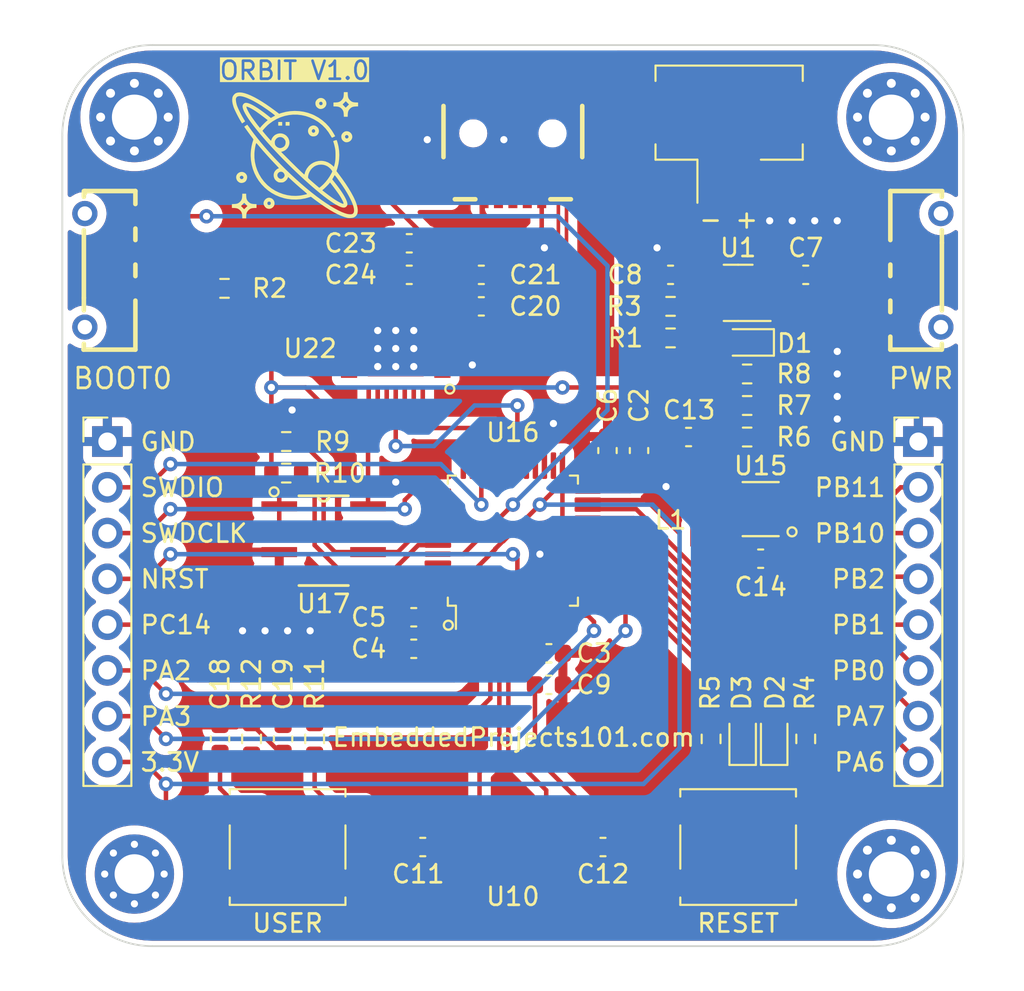
<source format=kicad_pcb>
(kicad_pcb (version 20221018) (generator pcbnew)
  (layers (0 "F.Cu" signal) (31 "B.Cu" signal) (34 "B.Paste" user) (35 "F.Paste" user) (36 "B.SilkS" user "B.Silkscreen") (37 "F.SilkS" user "F.Silkscreen") (38 "B.Mask" user) (39 "F.Mask" user) (44 "Edge.Cuts" user))
  (net 0 "")
  (net 1 "Net-(D1-A)")
  (net 2 "Net-(D2-A)")
  (net 3 "Net-(BOOT0-Pad1)")
  (net 4 "Net-(D3-A)")
  (net 5 "+BATT")
  (net 6 "Net-(U16-BOOT0)")
  (net 7 "I2C1_SCLK")
  (net 8 "+3.3V")
  (net 9 "I2C1_SDA")
  (net 10 "LED2")
  (net 11 "LED1")
  (net 12 "/USB_D+")
  (net 14 "VBUS")
  (net 15 "NRST")
  (net 16 "/HSE_IN")
  (net 17 "/HSE_OUT")
  (net 19 "Net-(D1-K)")
  (net 20 "/USB_D-")
  (net 23 "Net-(C18-Pad1)")
  (net 24 "Net-(U22-VDD)")
  (net 27 "USART1_TX")
  (net 28 "USART1_RX")
  (net 30 "SWDIO")
  (net 33 "SWDCLK")
  (net 65 "PA2")
  (net 66 "GND")
  (net 67 "Net-(BAT1-Pin_2)")
  (net 68 "PA3")
  (net 72 "PA6")
  (net 73 "PA7")
  (net 74 "PB0")
  (net 75 "PB1")
  (net 76 "PB2")
  (net 77 "PB10")
  (net 83 "PB11")
  (net 84 "Net-(U15-L1)")
  (net 85 "Net-(U15-L2)")
  (net 86 "Net-(U1-PROG)")
  (net 87 "Net-(U15-PG)")
  (net 88 "Net-(U15-FB)")
  (net 89 "USER_Button")
  (net 90 "PC14")
  (footprint "Project Footprints:K3-1270L-F1" (layer "F.Cu") (at 170.875 82.5)
    (fp_text reference "PWR1")
    (fp_text value "PWR")
  )
  (footprint "Capacitor_SMD:C_0603_1608Metric" (layer "F.Cu") (at 143.25 82.75 180)
    (fp_text reference "C24")
    (fp_text value "100nF")
  )
  (footprint "MountingHole:MountingHole_2.5mm_Pad_Via" (layer "F.Cu") (at 170 74)
    (fp_text reference "H1" hide)
    (fp_text value "MountingHole")
  )
  (footprint "MountingHole:MountingHole_2.5mm_Pad_Via" (layer "F.Cu") (at 128 74)
    (fp_text reference "H2" hide)
    (fp_text value "MountingHole")
  )
  (footprint "LOGO" (layer "F.Cu") (at 137 76.25)
    (fp_text reference "O" hide)
    (fp_text value "LOGO" hide)
  )
  (footprint "Capacitor_SMD:C_0603_1608Metric" (layer "F.Cu") (at 151 105.5)
    (fp_text reference "C9")
    (fp_text value "100n")
  )
  (footprint "Capacitor_SMD:C_0603_1608Metric" (layer "F.Cu") (at 147.25 82.75)
    (fp_text reference "C21")
    (fp_text value "100nF")
  )
  (footprint "Capacitor_SMD:C_0603_1608Metric" (layer "F.Cu") (at 165.25 82.75)
    (fp_text reference "C7")
    (fp_text value "4u7")
  )
  (footprint "Capacitor_SMD:C_0603_1608Metric" (layer "F.Cu") (at 162.75 98.5)
    (fp_text reference "C14")
    (fp_text value "10uF")
  )
  (footprint "MountingHole:MountingHole_2.2mm_M2_Pad_Via" (layer "F.Cu") (at 128 116)
    (fp_text reference "H3" hide)
    (fp_text value "MountingHole")
  )
  (footprint "Button_Switch_SMD:SW_Push_1P1T_NO_CK_KSC6xxJ" (layer "F.Cu") (at 161.5 114.5)
    (fp_text reference "SW1")
    (fp_text value "RESET")
  )
  (footprint "LED_SMD:LED_0603_1608Metric" (layer "F.Cu") (at 161.75 108.46 90)
    (fp_text reference "D3")
    (fp_text value "LED2")
  )
  (footprint "Package_QFP:LQFP-48_7x7mm_P0.5mm" (layer "F.Cu") (at 149 97.5 90)
    (fp_text reference "U16")
    (fp_text value "STM32F030C8Tx")
  )
  (footprint "Capacitor_SMD:C_0603_1608Metric" (layer "F.Cu") (at 156 92.5 90)
    (fp_text reference "C2")
    (fp_text value "4u7")
  )
  (footprint "Capacitor_SMD:C_0603_1608Metric" (layer "F.Cu") (at 136.25 108.5 -90)
    (fp_text reference "C19")
    (fp_text value "100n")
  )
  (footprint "LED_SMD:LED_0603_1608Metric" (layer "F.Cu") (at 162 86.5 180)
    (fp_text reference "D1")
    (fp_text value "LED")
  )
  (footprint "Capacitor_SMD:C_0603_1608Metric" (layer "F.Cu") (at 132.75 108.5 90)
    (fp_text reference "C18")
    (fp_text value "10p")
  )
  (footprint "Project Footprints:INDC2016X120N" (layer "F.Cu") (at 159.75 96.36 90)
    (fp_text reference "L1")
    (fp_text value "0.47uH")
  )
  (footprint "Resistor_SMD:R_0603_1608Metric" (layer "F.Cu") (at 157.75 86.25)
    (fp_text reference "R1")
    (fp_text value "1k5")
  )
  (footprint "MountingHole:MountingHole_2.5mm_Pad_Via" (layer "F.Cu") (at 170 116)
    (fp_text reference "H4" hide)
    (fp_text value "MountingHole")
  )
  (footprint "Resistor_SMD:R_0603_1608Metric" (layer "F.Cu") (at 134.5 108.5 90)
    (fp_text reference "R12")
    (fp_text value "100K")
  )
  (footprint "Capacitor_SMD:C_0603_1608Metric" (layer "F.Cu") (at 157.75 82.75 180)
    (fp_text reference "C8")
    (fp_text value "4u7")
  )
  (footprint "Capacitor_SMD:C_0603_1608Metric" (layer "F.Cu") (at 143.5 101.75 180)
    (fp_text reference "C5")
    (fp_text value "100n")
  )
  (footprint "Crystal:Crystal_SMD_5032-2Pin_5.0x3.2mm" (layer "F.Cu") (at 149 114.5)
    (fp_text reference "U10")
    (fp_text value "8MHz")
  )
  (footprint "Project Footprints:TPS63802DLAR" (layer "F.Cu") (at 162.75 95.75 180)
    (fp_text reference "U15")
    (fp_text value "TPS63802DLAR")
  )
  (footprint "Resistor_SMD:R_0603_1608Metric" (layer "F.Cu") (at 138 108.5 -90)
    (fp_text reference "R11")
    (fp_text value "1K")
  )
  (footprint "Package_TO_SOT_SMD:SOT-23-5" (layer "F.Cu") (at 161.5 83.75 180)
    (fp_text reference "U1")
    (fp_text value "MCP73031")
  )
  (footprint "Capacitor_SMD:C_0603_1608Metric" (layer "F.Cu") (at 143.25 81 180)
    (fp_text reference "C23")
    (fp_text value "1uF")
  )
  (footprint "Capacitor_SMD:C_0603_1608Metric" (layer "F.Cu") (at 158.75 91.75 180)
    (fp_text reference "C13")
    (fp_text value "22uF")
  )
  (footprint "Project Footprints:MINI-USB-SMD_MINI-5PTP" (layer "F.Cu") (at 149 75 180)
    (fp_text reference "USB1" hide)
    (fp_text value "USB Connector" hide)
  )
  (footprint "Button_Switch_SMD:SW_Push_1P1T_NO_CK_KSC6xxJ" (layer "F.Cu") (at 136.5 114.5 180)
    (fp_text reference "SW2")
    (fp_text value "USER")
  )
  (footprint "Resistor_SMD:R_0603_1608Metric" (layer "F.Cu") (at 160 108.5 -90)
    (fp_text reference "R5")
    (fp_text value "1k5")
  )
  (footprint "Resistor_SMD:R_0603_1608Metric" (layer "F.Cu") (at 136.425 93.75 180)
    (fp_text reference "R10")
    (fp_text value "2k2")
  )
  (footprint "Connector_PinHeader_2.54mm:PinHeader_1x08_P2.54mm_Vertical" (layer "F.Cu") (at 126.5 92)
    (fp_text reference "J1" hide)
    (fp_text value "West Connector")
  )
  (footprint "Resistor_SMD:R_0603_1608Metric" (layer "F.Cu") (at 133 83.5 180)
    (fp_text reference "R2")
    (fp_text value "10K")
  )
  (footprint "Project Footprints:SOIC127P600X175-8N" (layer "F.Cu") (at 138.5 97.5)
    (fp_text reference "U17")
    (fp_text value "AT24C128C")
  )
  (footprint "Capacitor_SMD:C_0603_1608Metric" (layer "F.Cu") (at 154 114.5)
    (fp_text reference "C12")
    (fp_text value "30p")
  )
  (footprint "Resistor_SMD:R_0603_1608Metric" (layer "F.Cu") (at 165.25 108.5 -90)
    (fp_text reference "R4")
    (fp_text value "1k5")
  )
  (footprint "Resistor_SMD:R_0603_1608Metric" (layer "F.Cu") (at 162 90)
    (fp_text reference "R7")
    (fp_text value "560k")
  )
  (footprint "Connector_JST:JST_PH_B2B-PH-SM4-TB_1x02-1MP_P2.00mm_Vertical" (layer "F.Cu") (at 161 75.5)
    (fp_text reference "BAT1" hide)
    (fp_text value "Battery Connector")
  )
  (footprint "Capacitor_SMD:C_0603_1608Metric" (layer "F.Cu") (at 151 103.75)
    (fp_text reference "C3")
    (fp_text value "100n")
  )
  (footprint "Resistor_SMD:R_0603_1608Metric" (layer "F.Cu") (at 162 88.25 180)
    (fp_text reference "R8")
    (fp_text value "100k")
  )
  (footprint "Resistor_SMD:R_0603_1608Metric" (layer "F.Cu") (at 162 91.75)
    (fp_text reference "R6")
    (fp_text value "100k")
  )
  (footprint "Connector_PinHeader_2.54mm:PinHeader_1x08_P2.54mm_Vertical" (layer "F.Cu") (at 171.5 92)
    (fp_text reference "J2" hide)
    (fp_text value "East Connector")
  )
  (footprint "Capacitor_SMD:C_0603_1608Metric" (layer "F.Cu") (at 154.25 92.5 90)
    (fp_text reference "C6")
    (fp_text value "100n")
  )
  (footprint "Project Footprints:QFN28G_0.5-5X5MM" (layer "F.Cu") (at 142.5 86.84 180)
    (fp_text reference "U22")
    (fp_text value "CP2102-GMR")
  )
  (footprint "LED_SMD:LED_0603_1608Metric" (layer "F.Cu") (at 163.5 108.46 90)
    (fp_text reference "D2")
    (fp_text value "LED1")
  )
  (footprint "Capacitor_SMD:C_0603_1608Metric" (layer "F.Cu") (at 143.5 103.5 180)
    (fp_text reference "C4")
    (fp_text value "100n")
  )
  (footprint "Capacitor_SMD:C_0603_1608Metric" (layer "F.Cu") (at 144 114.5 180)
    (fp_text reference "C11")
    (fp_text value "30p")
  )
  (footprint "Resistor_SMD:R_0603_1608Metric" (layer "F.Cu") (at 136.425 92 180)
    (fp_text reference "R9")
    (fp_text value "2k2")
  )
  (footprint "Resistor_SMD:R_0603_1608Metric" (layer "F.Cu") (at 157.75 84.5)
    (fp_text reference "R3")
    (fp_text value "2k")
  )
  (footprint "Capacitor_SMD:C_0603_1608Metric" (layer "F.Cu") (at 147.25 84.5)
    (fp_text reference "C20")
    (fp_text value "4.7uF")
  )
  (footprint "Project Footprints:K3-1270L-F1" (layer "F.Cu") (at 127.125 82.5 180)
    (fp_text reference "BOOT0")
    (fp_text value "BOOT0_SW" hide)
  )
  (gr_arc (start 129 120) (mid 125.464466 118.535534) (end 124 115) (stroke (width 0.1)) (layer "Edge.Cuts"))
  (gr_line (start 174 115) (end 174 75) (stroke (width 0.1)) (layer "Edge.Cuts"))
  (gr_line (start 169 70) (end 129 70) (stroke (width 0.1)) (layer "Edge.Cuts"))
  (gr_arc (start 124 75) (mid 125.464466 71.464466) (end 129 70) (stroke (width 0.1)) (layer "Edge.Cuts"))
  (gr_arc (start 174 115) (mid 172.535534 118.535534) (end 169 120) (stroke (width 0.1)) (layer "Edge.Cuts"))
  (gr_arc (start 169 70) (mid 172.535534 71.464466) (end 174 75) (stroke (width 0.1)) (layer "Edge.Cuts"))
  (gr_line (start 124 75) (end 124 115) (stroke (width 0.1)) (layer "Edge.Cuts"))
  (gr_line (start 129 120) (end 169 120) (stroke (width 0.1)) (layer "Edge.Cuts"))
  (gr_text "PB0" (at 166.607143 105.30175) (layer "F.SilkS") (effects (font (size 1 1)) (justify left bottom)))
  (gr_text "PB11" (at 165.654762 95.14175) (layer "F.SilkS") (effects (font (size 1 1)) (justify left bottom)))
  (gr_text "SWDIO" (at 128.25 95.14175) (layer "F.SilkS") (effects (font (size 1 1)) (justify left bottom)))
  (gr_text "PB2" (at 166.607143 100.22175) (layer "F.SilkS") (effects (font (size 1 1)) (justify left bottom)))
  (gr_text "PB1" (at 166.607143 102.76175) (layer "F.SilkS") (effects (font (size 1 1)) (justify left bottom)))
  (gr_text "PC14" (at 128.25 102.76175) (layer "F.SilkS") (effects (font (size 1 1)) (justify left bottom)))
  (gr_text "PA3" (at 128.25 107.84175) (layer "F.SilkS") (effects (font (size 1 1)) (justify left bottom)))
  (gr_text "GND" (at 128.25 92.60175) (layer "F.SilkS") (effects (font (size 1 1)) (justify left bottom)))
  (gr_text "SWDCLK" (at 128.25 97.68175) (layer "F.SilkS") (effects (font (size 1 1)) (justify left bottom)))
  (gr_text "ORBIT V1.0" (at 132.642256 72) (layer "F.SilkS" knockout) (effects (font (size 1 1)) (justify left bottom)))
  (gr_text "3.3V" (at 128.25 110.38175) (layer "F.SilkS") (effects (font (size 1 1)) (justify left bottom)))
  (gr_text "EmbeddedProjects101.com" (at 138.9 109) (layer "F.SilkS") (effects (font (size 1 1)) (justify left bottom)))
  (gr_text "-" (at 159.255953 80.25) (layer "F.SilkS") (effects (font (size 1 1)) (justify left bottom)))
  (gr_text "NRST" (at 128.25 100.22175) (layer "F.SilkS") (effects (font (size 1 1)) (justify left bottom)))
  (gr_text "PA6" (at 166.75 110.38175) (layer "F.SilkS") (effects (font (size 1 1)) (justify left bottom)))
  (gr_text "PA2" (at 128.25 105.30175) (layer "F.SilkS") (effects (font (size 1 1)) (justify left bottom)))
  (gr_text "PA7" (at 166.75 107.84175) (layer "F.SilkS") (effects (font (size 1 1)) (justify left bottom)))
  (gr_text "PB10" (at 165.654762 97.68175) (layer "F.SilkS") (effects (font (size 1 1)) (justify left bottom)))
  (gr_text "+" (at 161.255953 80.25) (layer "F.SilkS") (effects (font (size 1 1)) (justify left bottom)))
  (gr_text "GND" (at 166.511905 92.60175) (layer "F.SilkS") (effects (font (size 1 1)) (justify left bottom)))
  (segment (start 158.825 86.5) (end 158.575 86.25) (width 0.25) (layer "F.Cu") (net 1))
  (segment (start 161.2125 86.5) (end 158.825 86.5) (width 0.25) (layer "F.Cu") (net 1))
  (segment (start 163.5975 107.6725) (end 165.25 109.325) (width 0.25) (layer "F.Cu") (net 2))
  (segment (start 163.5 107.6725) (end 163.5975 107.6725) (width 0.25) (layer "F.Cu") (net 2))
  (segment (start 132.175 83.5) (end 129 83.5) (width 0.25) (layer "F.Cu") (net 3))
  (segment (start 160.0975 109.325) (end 161.75 107.6725) (width 0.25) (layer "F.Cu") (net 4))
  (segment (start 160 109.325) (end 160.0975 109.325) (width 0.25) (layer "F.Cu") (net 4))
  (segment (start 161.975 96.775) (end 162 96.75) (width 0.25) (layer "F.Cu") (net 5))
  (segment (start 167.225 85.5) (end 169 85.5) (width 0.25) (layer "F.Cu") (net 5))
  (segment (start 161.975 98.5) (end 161.975 96.775) (width 0.25) (layer "F.Cu") (net 5))
  (segment (start 162.6875 82.75) (end 162.6375 82.8) (width 0.25) (layer "F.Cu") (net 5))
  (segment (start 162 96.75) (end 163.65 96.75) (width 0.25) (layer "F.Cu") (net 5))
  (segment (start 164.475 82.75) (end 162.6875 82.75) (width 0.25) (layer "F.Cu") (net 5))
  (segment (start 163.65 96.75) (end 165.25 96.75) (width 0.25) (layer "F.Cu") (net 5))
  (segment (start 169 93) (end 169 85.5) (width 0.25) (layer "F.Cu") (net 5))
  (segment (start 165.25 96.75) (end 169 93) (width 0.25) (layer "F.Cu") (net 5))
  (segment (start 164.475 82.75) (end 167.225 85.5) (width 0.25) (layer "F.Cu") (net 5))
  (segment (start 144.8375 98.25) (end 146.25 98.25) (width 0.25) (layer "F.Cu") (net 6))
  (segment (start 146.25 98.25) (end 149 95.5) (width 0.25) (layer "F.Cu") (net 6))
  (segment (start 132 79.5) (end 129 79.5) (width 0.25) (layer "F.Cu") (net 6))
  (via (at 149 95.5) (size 0.8) (drill 0.4) (layers "F.Cu" "B.Cu") (net 6))
  (via (at 132 79.5) (size 0.8) (drill 0.4) (layers "F.Cu" "B.Cu") (net 6))
  (segment (start 152 80) (end 151.5 79.5) (width 0.25) (layer "B.Cu") (net 6))
  (segment (start 149 95.5) (end 154.25 90.25) (width 0.25) (layer "B.Cu") (net 6))
  (segment (start 151.5 79.5) (end 132 79.5) (width 0.25) (layer "B.Cu") (net 6))
  (segment (start 154.25 90.25) (end 154.25 83) (width 0.25) (layer "B.Cu") (net 6))
  (segment (start 154.25 82.25) (end 152 80) (width 0.25) (layer "B.Cu") (net 6))
  (segment (start 154.25 83) (end 154.25 82.25) (width 0.25) (layer "B.Cu") (net 6))
  (segment (start 142.615 98.135) (end 143.5 97.25) (width 0.25) (layer "F.Cu") (net 7))
  (segment (start 139.135 98.135) (end 140.9638 98.135) (width 0.25) (layer "F.Cu") (net 7))
  (segment (start 138.5 93.25) (end 138.5 97.5) (width 0.25) (layer "F.Cu") (net 7))
  (segment (start 138.5 97.5) (end 139.135 98.135) (width 0.25) (layer "F.Cu") (net 7))
  (segment (start 140.9638 98.135) (end 142.615 98.135) (width 0.25) (layer "F.Cu") (net 7))
  (segment (start 143.5 97.25) (end 144.8375 97.25) (width 0.25) (layer "F.Cu") (net 7))
  (segment (start 137.25 92) (end 138.5 93.25) (width 0.25) (layer "F.Cu") (net 7))
  (segment (start 137.5 89) (end 140.9638 92.4638) (width 0.25) (layer "F.Cu") (net 8))
  (segment (start 129.75 112.65) (end 129.75 111) (width 0.25) (layer "F.Cu") (net 8))
  (segment (start 146.1625 101.75) (end 146.25 101.6625) (width 0.25) (layer "F.Cu") (net 8))
  (segment (start 162 94.75) (end 162 93.75) (width 0.25) (layer "F.Cu") (net 8))
  (segment (start 159.525 89.025) (end 159.525 91.75) (width 0.25) (layer "F.Cu") (net 8))
  (segment (start 150.5 95.5) (end 151.25 94.75) (width 0.25) (layer "F.Cu") (net 8))
  (segment (start 144.275 100.8125) (end 144.8375 100.25) (width 0.25) (layer "F.Cu") (net 8))
  (segment (start 145.75 100.25) (end 148.025 97.975) (width 0.25) (layer "F.Cu") (net 8))
  (segment (start 135.6 92) (end 135.6 93.75) (width 0.25) (layer "F.Cu") (net 8))
  (segment (start 148.449695 97.525) (end 148.475 97.525) (width 0.25) (layer "F.Cu") (net 8))
  (segment (start 159.525 92.975) (end 159.525 91.75) (width 0.25) (layer "F.Cu") (net 8))
  (segment (start 156 93.275) (end 159.225 93.275) (width 0.25) (layer "F.Cu") (net 8))
  (segment (start 144.275 103.5) (end 144.275 101.75) (width 0.25) (layer "F.Cu") (net 8))
  (segment (start 148.025 97.949695) (end 148.449695 97.525) (width 0.25) (layer "F.Cu") (net 8))
  (segment (start 156 94.25) (end 156 93.275) (width 0.25) (layer "F.Cu") (net 8))
  (segment (start 133.6 116.5) (end 129.75 112.65) (width 0.25) (layer "F.Cu") (net 8))
  (segment (start 150.25 103.725) (end 150.225 103.75) (width 0.25) (layer "F.Cu") (net 8))
  (segment (start 151.25 94.75) (end 151.75 94.75) (width 0.25) (layer "F.Cu") (net 8))
  (segment (start 159.225 93.275) (end 159.525 92.975) (width 0.25) (layer "F.Cu") (net 8))
  (segment (start 144.275 101.75) (end 146.1625 101.75) (width 0.25) (layer "F.Cu") (net 8))
  (segment (start 136.0362 95.0362) (end 135.6 94.6) (width 0.25) (layer "F.Cu") (net 8))
  (segment (start 139.4 116.5) (end 133.6 116.5) (width 0.25) (layer "F.Cu") (net 8))
  (segment (start 150.25 101.6625) (end 150.25 103.725) (width 0.25) (layer "F.Cu") (net 8))
  (segment (start 162 93.75) (end 161.175 92.925) (width 0.25) (layer "F.Cu") (net 8))
  (segment (start 150.25 101.6625) (end 150.25 100.125) (width 0.25) (layer "F.Cu") (net 8))
  (segment (start 135.6 89) (end 137.5 89) (width 0.25) (layer "F.Cu") (net 8))
  (segment (start 135.6 94.6) (end 135.6 93.75) (width 0.25) (layer "F.Cu") (net 8))
  (segment (start 148.475 97.525) (end 150.5 95.5) (width 0.25) (layer "F.Cu") (net 8))
  (segment (start 134.75 81.5) (end 129 81.5) (width 0.25) (layer "F.Cu") (net 8))
  (segment (start 135.6 92) (end 135.6 89) (width 0.25) (layer "F.Cu") (net 8))
  (segment (start 136.0362 96.865) (end 136.0362 95.595) (width 0.25) (layer "F.Cu") (net 8))
  (segment (start 151.75 94.75) (end 153.1625 94.75) (width 0.25) (layer "F.Cu") (net 8))
  (segment (start 135.6 82.35) (end 134.75 81.5) (width 0.25) (layer "F.Cu") (net 8))
  (segment (start 128.53 109.78) (end 129.75 111) (width 0.25) (layer "F.Cu") (net 8))
  (segment (start 140.9638 92.4638) (end 140.9638 95.595) (width 0.25) (layer "F.Cu") (net 8))
  (segment (start 151.75 89) (end 159.5 89) (width 0.25) (layer "F.Cu") (net 8))
  (segment (start 126.5 109.78) (end 128.53 109.78) (width 0.25) (layer "F.Cu") (net 8))
  (segment (start 150.25 100.125) (end 151.75 98.625) (width 0.25) (layer "F.Cu") (net 8))
  (segment (start 159.5 89) (end 159.525 89.025) (width 0.25) (layer "F.Cu") (net 8))
  (segment (start 155.5 94.75) (end 156 94.25) (width 0.25) (layer "F.Cu") (net 8))
  (segment (start 159.525 91.75) (end 161.175 91.75) (width 0.25) (layer "F.Cu") (net 8))
  (segment (start 144.8375 100.25) (end 145.75 100.25) (width 0.25) (layer "F.Cu") (net 8))
  (segment (start 161.175 92.925) (end 161.175 91.75) (width 0.25) (layer "F.Cu") (net 8))
  (segment (start 135.6 89) (end 135.6 82.35) (width 0.25) (layer "F.Cu") (net 8))
  (segment (start 136.0362 95.595) (end 136.0362 95.0362) (width 0.25) (layer "F.Cu") (net 8))
  (segment (start 153.1625 94.75) (end 155.5 94.75) (width 0.25) (layer "F.Cu") (net 8))
  (segment (start 156 93.275) (end 154.25 93.275) (width 0.25) (layer "F.Cu") (net 8))
  (segment (start 144.275 101.75) (end 144.275 100.8125) (width 0.25) (layer "F.Cu") (net 8))
  (segment (start 161.175 90) (end 161.175 91.75) (width 0.25) (layer "F.Cu") (net 8))
  (segment (start 151.75 98.625) (end 151.75 94.75) (width 0.25) (layer "F.Cu") (net 8))
  (segment (start 148.025 97.975) (end 148.025 97.949695) (width 0.25) (layer "F.Cu") (net 8))
  (via (at 129.75 111) (size 0.8) (drill 0.4) (layers "F.Cu" "B.Cu") (net 8))
  (via (at 150.5 95.5) (size 0.8) (drill 0.4) (layers "F.Cu" "B.Cu") (net 8))
  (via (at 135.6 89) (size 0.8) (drill 0.4) (layers "F.Cu" "B.Cu") (net 8))
  (via (at 151.75 89) (size 0.8) (drill 0.4) (layers "F.Cu" "B.Cu") (net 8))
  (segment (start 156.75 95.5) (end 158.25 97) (width 0.25) (layer "B.Cu") (net 8))
  (segment (start 158.25 109) (end 156.25 111) (width 0.25) (layer "B.Cu") (net 8))
  (segment (start 156.25 111) (end 129.75 111) (width 0.25) (layer "B.Cu") (net 8))
  (segment (start 150.5 95.5) (end 156.75 95.5) (width 0.25) (layer "B.Cu") (net 8))
  (segment (start 158.25 97) (end 158.25 109) (width 0.25) (layer "B.Cu") (net 8))
  (segment (start 135.6 89) (end 151.75 89) (width 0.25) (layer "B.Cu") (net 8))
  (segment (start 143.75 97.75) (end 144.8375 97.75) (width 0.25) (layer "F.Cu") (net 9))
  (segment (start 138 94.5) (end 137.25 93.75) (width 0.25) (layer "F.Cu") (net 9))
  (segment (start 138 97.75) (end 138 94.5) (width 0.25) (layer "F.Cu") (net 9))
  (segment (start 140.9638 99.405) (end 139.655 99.405) (width 0.25) (layer "F.Cu") (net 9))
  (segment (start 140.9638 99.405) (end 142.095 99.405) (width 0.25) (layer "F.Cu") (net 9))
  (segment (start 142.095 99.405) (end 143.75 97.75) (width 0.25) (layer "F.Cu") (net 9))
  (segment (start 139.655 99.405) (end 138 97.75) (width 0.25) (layer "F.Cu") (net 9))
  (segment (start 164.063604 104.813604) (end 160.45 104.813604) (width 0.25) (layer "F.Cu") (net 10))
  (segment (start 160.45 104.813604) (end 154.886396 99.25) (width 0.25) (layer "F.Cu") (net 10))
  (segment (start 165.25 106) (end 164.063604 104.813604) (width 0.25) (layer "F.Cu") (net 10))
  (segment (start 165.25 107.675) (end 165.25 106) (width 0.25) (layer "F.Cu") (net 10))
  (segment (start 154.886396 99.25) (end 153.1625 99.25) (width 0.25) (layer "F.Cu") (net 10))
  (segment (start 160 105) (end 154.75 99.75) (width 0.25) (layer "F.Cu") (net 11))
  (segment (start 154.75 99.75) (end 153.1625 99.75) (width 0.25) (layer "F.Cu") (net 11))
  (segment (start 160 107.675) (end 160 105) (width 0.25) (layer "F.Cu") (net 11))
  (segment (start 151.3482 75.78) (end 151.975 76.4068) (width 0.2) (layer "F.Cu") (net 12))
  (segment (start 149 77.95) (end 149 76.85) (width 0.2) (layer "F.Cu") (net 12))
  (segment (start 150.830492 75.775) (end 150.835492 75.78) (width 0.2) (layer "F.Cu") (net 12))
  (segment (start 151.975 85.525) (end 150.685 86.815) (width 0.2) (layer "F.Cu") (net 12))
  (segment (start 150.835492 75.78) (end 151.3482 75.78) (width 0.2) (layer "F.Cu") (net 12))
  (segment (start 145.790001 86.815) (end 145.765001 86.84) (width 0.2) (layer "F.Cu") (net 12))
  (segment (start 150.075 75.775) (end 150.830492 75.775) (width 0.2) (layer "F.Cu") (net 12))
  (segment (start 150.685 86.815) (end 145.790001 86.815) (width 0.2) (layer "F.Cu") (net 12))
  (segment (start 145.765001 86.84) (end 145.09 86.84) (width 0.2) (layer "F.Cu") (net 12))
  (segment (start 151.975 76.4068) (end 151.975 85.525) (width 0.2) (layer "F.Cu") (net 12))
  (segment (start 149 76.85) (end 150.075 75.775) (width 0.2) (layer "F.Cu") (net 12))
  (segment (start 150.6 80.15) (end 150.6 77.95) (width 0.25) (layer "F.Cu") (net 14))
  (segment (start 158.525 82.75) (end 158.525 81.025) (width 0.25) (layer "F.Cu") (net 14))
  (segment (start 156 86.25) (end 155.25 85.5) (width 0.25) (layer "F.Cu") (net 14))
  (segment (start 144.025 82.75) (end 144.025 84.225) (width 0.25) (layer "F.Cu") (net 14))
  (segment (start 153.995 73.995) (end 143.505 73.995) (width 0.25) (layer "F.Cu") (net 14))
  (segment (start 144.025 81) (end 149.75 81) (width 0.25) (layer "F.Cu") (net 14))
  (segment (start 144.025 84.225) (end 144 84.25) (width 0.25) (layer "F.Cu") (net 14))
  (segment (start 145.09 85.34) (end 145.09 83.09) (width 0.25) (layer "F.Cu") (net 14))
  (segment (start 143.505 73.995) (end 142.25 75.25) (width 0.25) (layer "F.Cu") (net 14))
  (segment (start 158.525 81.025) (end 155.25 77.75) (width 0.25) (layer "F.Cu") (net 14))
  (segment (start 145.09 83.09) (end 144.75 82.75) (width 0.25) (layer "F.Cu") (net 14))
  (segment (start 149.75 81) (end 150.6 80.15) (width 0.25) (layer "F.Cu") (net 14))
  (segment (start 142.25 75.25) (end 142.25 78.75) (width 0.25) (layer "F.Cu") (net 14))
  (segment (start 155.25 75.25) (end 153.995 73.995) (width 0.25) (layer "F.Cu") (net 14))
  (segment (start 144.025 80.525) (end 144.025 81) (width 0.25) (layer "F.Cu") (net 14))
  (segment (start 158.575 82.8) (end 158.525 82.75) (width 0.25) (layer "F.Cu") (net 14))
  (segment (start 160.3625 82.8) (end 158.575 82.8) (width 0.25) (layer "F.Cu") (net 14))
  (segment (start 144.025 82.75) (end 144.025 81) (width 0.25) (layer "F.Cu") (net 14))
  (segment (start 155.25 77.75) (end 155.25 75.25) (width 0.25) (layer "F.Cu") (net 14))
  (segment (start 144.75 82.75) (end 144.025 82.75) (width 0.25) (layer "F.Cu") (net 14))
  (segment (start 155.25 85.5) (end 155.25 77.75) (width 0.25) (layer "F.Cu") (net 14))
  (segment (start 156.925 86.25) (end 156 86.25) (width 0.25) (layer "F.Cu") (net 14))
  (segment (start 142.25 78.75) (end 144.025 80.525) (width 0.25) (layer "F.Cu") (net 14))
  (segment (start 149.25 104.525) (end 150.225 105.5) (width 0.25) (layer "F.Cu") (net 15))
  (segment (start 149.25 98.5) (end 149.25 101.6625) (width 0.25) (layer "F.Cu") (net 15))
  (segment (start 158.6 112.5) (end 153.25 112.5) (width 0.25) (layer "F.Cu") (net 15))
  (segment (start 126.5 99.62) (end 128.63 99.62) (width 0.25) (layer "F.Cu") (net 15))
  (segment (start 164.4 112.5) (end 158.6 112.5) (width 0.25) (layer "F.Cu") (net 15))
  (segment (start 150.225 109.475) (end 150.225 105.5) (width 0.25) (layer "F.Cu") (net 15))
  (segment (start 149 98.25) (end 149.25 98.5) (width 0.25) (layer "F.Cu") (net 15))
  (segment (start 128.63 99.62) (end 130 98.25) (width 0.25) (layer "F.Cu") (net 15))
  (segment (start 149.25 101.6625) (end 149.25 104.525) (width 0.25) (layer "F.Cu") (net 15))
  (segment (start 153.25 112.5) (end 150.225 109.475) (width 0.25) (layer "F.Cu") (net 15))
  (via (at 130 98.25) (size 0.8) (drill 0.4) (layers "F.Cu" "B.Cu") (net 15))
  (via (at 149 98.25) (size 0.8) (drill 0.4) (layers "F.Cu" "B.Cu") (net 15))
  (segment (start 149 98.25) (end 130 98.25) (width 0.25) (layer "B.Cu") (net 15))
  (segment (start 144.775 114.5) (end 147.15 114.5) (width 0.25) (layer "F.Cu") (net 16))
  (segment (start 147.15 110.35) (end 147.15 114.5) (width 0.25) (layer "F.Cu") (net 16))
  (segment (start 148.25 109.25) (end 147.15 110.35) (width 0.25) (layer "F.Cu") (net 16))
  (segment (start 148.25 101.6625) (end 148.25 109.25) (width 0.25) (layer "F.Cu") (net 16))
  (segment (start 148.75 109.25) (end 150.85 111.35) (width 0.25) (layer "F.Cu") (net 17))
  (segment (start 150.85 111.35) (end 150.85 114.5) (width 0.25) (layer "F.Cu") (net 17))
  (segment (start 148.75 101.6625) (end 148.75 109.25) (width 0.25) (layer "F.Cu") (net 17))
  (segment (start 150.85 114.5) (end 153.225 114.5) (width 0.25) (layer "F.Cu") (net 17))
  (segment (start 162.7875 84.85) (end 162.6375 84.7) (width 0.25) (layer "F.Cu") (net 19))
  (segment (start 162.7875 86.5) (end 162.7875 84.85) (width 0.25) (layer "F.Cu") (net 19))
  (segment (start 150.25 76.225) (end 149.8 76.675) (width 0.2) (layer "F.Cu") (net 20))
  (segment (start 150.649104 76.22998) (end 150.644124 76.225) (width 0.2) (layer "F.Cu") (net 20))
  (segment (start 149.8 76.675) (end 149.8 77.95) (width 0.2) (layer "F.Cu") (net 20))
  (segment (start 145.790001 86.365) (end 150.569314 86.365) (width 0.2) (layer "F.Cu") (net 20))
  (segment (start 151.525 76.5932) (end 151.16178 76.22998) (width 0.2) (layer "F.Cu") (net 20))
  (segment (start 151.16178 76.22998) (end 150.649104 76.22998) (width 0.2) (layer "F.Cu") (net 20))
  (segment (start 150.644124 76.225) (end 150.25 76.225) (width 0.2) (layer "F.Cu") (net 20))
  (segment (start 150.569314 86.365) (end 151.525 85.409314) (width 0.2) (layer "F.Cu") (net 20))
  (segment (start 151.525 85.409314) (end 151.525 76.5932) (width 0.2) (layer "F.Cu") (net 20))
  (segment (start 145.765001 86.34) (end 145.790001 86.365) (width 0.2) (layer "F.Cu") (net 20))
  (segment (start 145.09 86.34) (end 145.765001 86.34) (width 0.2) (layer "F.Cu") (net 20))
  (segment (start 133.6 112.1) (end 133.6 112.5) (width 0.25) (layer "F.Cu") (net 23))
  (segment (start 134.5 109.325) (end 132.8 109.325) (width 0.25) (layer "F.Cu") (net 23))
  (segment (start 132.8 109.325) (end 132.75 109.275) (width 0.25) (layer "F.Cu") (net 23))
  (segment (start 139.25 112.5) (end 139.4 112.5) (width 0.25) (layer "F.Cu") (net 23))
  (segment (start 132.75 109.275) (end 132.75 111.25) (width 0.25) (layer "F.Cu") (net 23))
  (segment (start 138 109.325) (end 138 111.25) (width 0.25) (layer "F.Cu") (net 23))
  (segment (start 139.4 112.5) (end 133.6 112.5) (width 0.25) (layer "F.Cu") (net 23))
  (segment (start 132.75 111.25) (end 133.6 112.1) (width 0.25) (layer "F.Cu") (net 23))
  (segment (start 138 111.25) (end 139.25 112.5) (width 0.25) (layer "F.Cu") (net 23))
  (segment (start 145.09 85.84) (end 146.16 85.84) (width 0.25) (layer "F.Cu") (net 24))
  (segment (start 146.475 85.525) (end 146.475 84.5) (width 0.25) (layer "F.Cu") (net 24))
  (segment (start 146.475 84.5) (end 146.475 82.75) (width 0.25) (layer "F.Cu") (net 24))
  (segment (start 146.16 85.84) (end 146.475 85.525) (width 0.25) (layer "F.Cu") (net 24))
  (segment (start 149.25 92.534314) (end 149.25 90) (width 0.25) (layer "F.Cu") (net 27))
  (segment (start 149.25 93.3375) (end 149.25 92.534314) (width 0.25) (layer "F.Cu") (net 27))
  (segment (start 142.5 92.25) (end 142.5 89.43) (width 0.25) (layer "F.Cu") (net 27))
  (via (at 149.25 90) (size 0.8) (drill 0.4) (layers "F.Cu" "B.Cu") (net 27))
  (via (at 142.5 92.25) (size 0.8) (drill 0.4) (layers "F.Cu" "B.Cu") (net 27))
  (segment (start 144.625 92.25) (end 146.875 90) (width 0.25) (layer "B.Cu") (net 27))
  (segment (start 142.5 92.25) (end 144.625 92.25) (width 0.25) (layer "B.Cu") (net 27))
  (segment (start 146.875 90) (end 149.25 90) (width 0.25) (layer "B.Cu") (net 27))
  (segment (start 143.75 91.25) (end 143 90.5) (width 0.25) (layer "F.Cu") (net 28))
  (segment (start 143 90.5) (end 143 89.43) (width 0.25) (layer "F.Cu") (net 28))
  (segment (start 148 91.25) (end 143.75 91.25) (width 0.25) (layer "F.Cu") (net 28))
  (segment (start 148.75 93.3375) (end 148.75 92) (width 0.25) (layer "F.Cu") (net 28))
  (segment (start 148.75 92) (end 148 91.25) (width 0.25) (layer "F.Cu") (net 28))
  (segment (start 126.5 94.54) (end 128.71 94.54) (width 0.25) (layer "F.Cu") (net 30))
  (segment (start 128.71 94.54) (end 130 93.25) (width 0.25) (layer "F.Cu") (net 30))
  (segment (start 147.25 95.5) (end 147.25 93.3375) (width 0.25) (layer "F.Cu") (net 30))
  (via (at 130 93.25) (size 0.8) (drill 0.4) (layers "F.Cu" "B.Cu") (net 30))
  (via (at 147.25 95.5) (size 0.8) (drill 0.4) (layers "F.Cu" "B.Cu") (net 30))
  (segment (start 145 93.25) (end 130 93.25) (width 0.25) (layer "B.Cu") (net 30))
  (segment (start 147.25 95.5) (end 145 93.25) (width 0.25) (layer "B.Cu") (net 30))
  (segment (start 126.5 97.08) (end 128.67 97.08) (width 0.25) (layer "F.Cu") (net 33))
  (segment (start 144.8375 94.75) (end 143.5 94.75) (width 0.25) (layer "F.Cu") (net 33))
  (segment (start 143.5 94.75) (end 143 95.25) (width 0.25) (layer "F.Cu") (net 33))
  (segment (start 143 95.25) (end 143 95.75) (width 0.25) (layer "F.Cu") (net 33))
  (segment (start 128.67 97.08) (end 130 95.75) (width 0.25) (layer "F.Cu") (net 33))
  (via (at 143 95.75) (size 0.8) (drill 0.4) (layers "F.Cu" "B.Cu") (net 33))
  (via (at 130 95.75) (size 0.8) (drill 0.4) (layers "F.Cu" "B.Cu") (net 33))
  (segment (start 143 95.75) (end 130 95.75) (width 0.25) (layer "B.Cu") (net 33))
  (segment (start 153.5 102.5) (end 153.5 102) (width 0.25) (layer "F.Cu") (net 65))
  (segment (start 128.45 104.7) (end 129.75 106) (width 0.25) (layer "F.Cu") (net 65))
  (segment (start 153.1625 101.6625) (end 151.75 101.6625) (width 0.25) (layer "F.Cu") (net 65))
  (segment (start 153.5 102) (end 153.1625 101.6625) (width 0.25) (layer "F.Cu") (net 65))
  (segment (start 126.5 104.7) (end 128.45 104.7) (width 0.25) (layer "F.Cu") (net 65))
  (via (at 153.5 102.5) (size 0.8) (drill 0.4) (layers "F.Cu" "B.Cu") (net 65))
  (via (at 129.75 106) (size 0.8) (drill 0.4) (layers "F.Cu" "B.Cu") (net 65))
  (segment (start 150 106) (end 153.5 102.5) (width 0.25) (layer "B.Cu") (net 65))
  (segment (start 129.75 106) (end 150 106) (width 0.25) (layer "B.Cu") (net 65))
  (segment (start 163.65 95.75) (end 164.75 95.75) (width 0.25) (layer "F.Cu") (net 66))
  (segment (start 156.975 82.75) (end 156.975 81.275) (width 0.25) (layer "F.Cu") (net 66))
  (segment (start 145.84 87.34) (end 146.25 87.75) (width 0.25) (layer "F.Cu") (net 66))
  (segment (start 156.75 95.25) (end 157.5 94.5) (width 0.25) (layer "F.Cu") (net 66))
  (segment (start 136.25 109.275) (end 136.1 109.275) (width 0.25) (layer "F.Cu") (net 66))
  (segment (start 156.975 81.275) (end 157 81.25) (width 0.25) (layer "F.Cu") (net 66))
  (segment (start 163.65 96.25) (end 163.65 95.75) (width 0.25) (layer "F.Cu") (net 66))
  (segment (start 161.175 88.25) (end 160.25 88.25) (width 0.25) (layer "F.Cu") (net 66))
  (segment (start 145.09 87.34) (end 145.84 87.34) (width 0.25) (layer "F.Cu") (net 66))
  (segment (start 162.2 95.75) (end 163.65 95.75) (width 0.25) (layer "F.Cu") (net 66))
  (segment (start 160.25 88.25) (end 159.75 87.75) (width 0.25) (layer "F.Cu") (net 66))
  (segment (start 149.75 99) (end 149.75 101.6625) (width 0.25) (layer "F.Cu") (net 66))
  (segment (start 153.1625 95.25) (end 156.75 95.25) (width 0.25) (layer "F.Cu") (net 66))
  (segment (start 156.925 82.8) (end 156.975 82.75) (width 0.25) (layer "F.Cu") (net 66))
  (segment (start 144.8375 99.75) (end 143 99.75) (width 0.25) (layer "F.Cu") (net 66))
  (segment (start 150.5 98.25) (end 149.75 99) (width 0.25) (layer "F.Cu") (net 66))
  (segment (start 136.1 109.275) (end 134.5 107.675) (width 0.25) (layer "F.Cu") (net 66))
  (segment (start 156.925 84.5) (end 156.925 82.8) (width 0.25) (layer "F.Cu") (net 66))
  (via (at 142.5 94.25) (size 0.8) (drill 0.4) (layers "F.Cu" "B.Cu") (net 66))
  (via (at 141.5 85.84) (size 0.8) (drill 0.4) (layers "F.Cu" "B.Cu") (net 66))
  (via (at 167 89.5) (size 0.8) (drill 0.4) (layers "F.Cu" "B.Cu") (net 66))
  (via (at 167 87) (size 0.8) (drill 0.4) (layers "F.Cu" "B.Cu") (net 66))
  (via (at 141.5 87.84) (size 0.8) (drill 0.4) (layers "F.Cu" "B.Cu") (net 66))
  (via (at 148.5 75.25) (size 0.8) (drill 0.4) (layers "F.Cu" "B.Cu") (net 66))
  (via (at 150.5 98.25) (size 0.8) (drill 0.4) (layers "F.Cu" "B.Cu") (net 66))
  (via (at 142.5 87.84) (size 0.8) (drill 0.4) (layers "F.Cu" "B.Cu") (net 66))
  (via (at 167 90.75) (size 0.8) (drill 0.4) (layers "F.Cu" "B.Cu") (net 66))
  (via (at 151.25 91) (size 0.8) (drill 0.4) (layers "F.Cu" "B.Cu") (net 66))
  (via (at 143.5 85.84) (size 0.8) (drill 0.4) (layers "F.Cu" "B.Cu") (net 66))
  (via (at 167 79.75) (size 0.8) (drill 0.4) (layers "F.Cu" "B.Cu") (net 66))
  (via (at 165.75 79.75) (size 0.8) (drill 0.4) (layers "F.Cu" "B.Cu") (net 66))
  (via (at 144.25 75.25) (size 0.8) (drill 0.4) (layers "F.Cu" "B.Cu") (net 66))
  (via (at 134 102.5) (size 0.8) (drill 0.4) (layers "F.Cu" "B.Cu") (net 66))
  (via (at 142.5 86.84) (size 0.8) (drill 0.4) (layers "F.Cu" "B.Cu") (net 66))
  (via (at 136.75 90.25) (size 0.8) (drill 0.4) (layers "F.Cu" "B.Cu") (net 66))
  (via (at 143.5 87.84) (size 0.8) (drill 0.4) (layers "F.Cu" "B.Cu") (net 66))
  (via (at 150.75 81.25) (size 0.8) (drill 0.4) (layers "F.Cu" "B.Cu") (net 66))
  (via (at 136.5 102.5) (size 0.8) (drill 0.4) (layers "F.Cu" "B.Cu") (net 66))
  (via (at 142.5 85.84) (size 0.8) (drill 0.4) (layers "F.Cu" "B.Cu") (net 66))
  (via (at 143.5 86.84) (size 0.8) (drill 0.4) (layers "F.Cu" "B.Cu") (net 66))
  (via (at 157 81.25) (size 0.8) (drill 0.4) (layers "F.Cu" "B.Cu") (net 66))
  (via (at 146.75 87.75) (size 0.8) (drill 0.4) (layers "F.Cu" "B.Cu") (net 66))
  (via (at 167 88.25) (size 0.8) (drill 0.4) (layers "F.Cu" "B.Cu") (net 66))
  (via (at 141.5 86.84) (size 0.8) (drill 0.4) (layers "F.Cu" "B.Cu") (net 66))
  (via (at 163.25 79.75) (size 0.8) (drill 0.4) (layers "F.Cu" "B.Cu") (net 66))
  (via (at 157.5 94.5) (size 0.8) (drill 0.4) (layers "F.Cu" "B.Cu") (net 66))
  (via (at 135.25 102.5) (size 0.8) (drill 0.4) (layers "F.Cu" "B.Cu") (net 66))
  (via (at 164.5 79.75) (size 0.8) (drill 0.4) (layers "F.Cu" "B.Cu") (net 66))
  (via (at 137.75 102.5) (size 0.8) (drill 0.4) (layers "F.Cu" "B.Cu") (net 66))
  (segment (start 169 79.5) (end 165.5 76) (width 0.25) (layer "F.Cu") (net 67))
  (segment (start 169 81.5) (end 169 79.5) (width 0.25) (layer "F.Cu") (net 67))
  (segment (start 165.5 76) (end 162 76) (width 0.25) (layer "F.Cu") (net 67))
  (segment (start 155.25 102.5) (end 155.25 101) (width 0.25) (layer "F.Cu") (net 68))
  (segment (start 155.25 101) (end 154.5 100.25) (width 0.25) (layer "F.Cu") (net 68))
  (segment (start 128.49 107.24) (end 129.75 108.5) (width 0.25) (layer "F.Cu") (net 68))
  (segment (start 154.5 100.25) (end 153.1625 100.25) (width 0.25) (layer "F.Cu") (net 68))
  (segment (start 126.5 107.24) (end 128.49 107.24) (width 0.25) (layer "F.Cu") (net 68))
  (via (at 129.75 108.5) (size 0.8) (drill 0.4) (layers "F.Cu" "B.Cu") (net 68))
  (via (at 155.25 102.5) (size 0.8) (drill 0.4) (layers "F.Cu" "B.Cu") (net 68))
  (segment (start 149.25 108.5) (end 129.75 108.5) (width 0.25) (layer "B.Cu") (net 68))
  (segment (start 155.25 102.5) (end 149.25 108.5) (width 0.25) (layer "B.Cu") (net 68))
  (segment (start 160.636396 104.363604) (end 166.083604 104.363604) (width 0.25) (layer "F.Cu") (net 72))
  (segment (start 166.083604 104.363604) (end 171.5 109.78) (width 0.25) (layer "F.Cu") (net 72))
  (segment (start 153.1625 98.75) (end 155.022792 98.75) (width 0.25) (layer "F.Cu") (net 72))
  (segment (start 155.022792 98.75) (end 160.636396 104.363604) (width 0.25) (layer "F.Cu") (net 72))
  (segment (start 160.822792 103.913604) (end 168.173604 103.913604) (width 0.25) (layer "F.Cu") (net 73))
  (segment (start 155.159188 98.25) (end 160.822792 103.913604) (width 0.25) (layer "F.Cu") (net 73))
  (segment (start 168.173604 103.913604) (end 171.5 107.24) (width 0.25) (layer "F.Cu") (net 73))
  (segment (start 153.1625 98.25) (end 155.159188 98.25) (width 0.25) (layer "F.Cu") (net 73))
  (segment (start 170.263604 103.463604) (end 171.5 104.7) (width 0.25) (layer "F.Cu") (net 74))
  (segment (start 153.1625 97.75) (end 155.295584 97.75) (width 0.25) (layer "F.Cu") (net 74))
  (segment (start 161.009188 103.463604) (end 170.263604 103.463604) (width 0.25) (layer "F.Cu") (net 74))
  (segment (start 155.295584 97.75) (end 161.009188 103.463604) (width 0.25) (layer "F.Cu") (net 74))
  (segment (start 153.1625 97.25) (end 155.43198 97.25) (width 0.25) (layer "F.Cu") (net 75))
  (segment (start 155.43198 97.25) (end 160.34198 102.16) (width 0.25) (layer "F.Cu") (net 75))
  (segment (start 160.34198 102.16) (end 171.5 102.16) (width 0.25) (layer "F.Cu") (net 75))
  (segment (start 155.568376 96.75) (end 160.528376 101.71) (width 0.25) (layer "F.Cu") (net 76))
  (segment (start 171.38 99.5) (end 171.5 99.62) (width 0.25) (layer "F.Cu") (net 76))
  (segment (start 164.622792 101.71) (end 166.832792 99.5) (width 0.25) (layer "F.Cu") (net 76))
  (segment (start 160.528376 101.71) (end 164.622792 101.71) (width 0.25) (layer "F.Cu") (net 76))
  (segment (start 166.832792 99.5) (end 171.38 99.5) (width 0.25) (layer "F.Cu") (net 76))
  (segment (start 153.1625 96.75) (end 155.568376 96.75) (width 0.25) (layer "F.Cu") (net 76))
  (segment (start 168.616396 97.08) (end 171.5 97.08) (width 0.25) (layer "F.Cu") (net 77))
  (segment (start 164.436396 101.26) (end 168.616396 97.08) (width 0.25) (layer "F.Cu") (net 77))
  (segment (start 155.704772 96.25) (end 160.714772 101.26) (width 0.25) (layer "F.Cu") (net 77))
  (segment (start 153.1625 96.25) (end 155.704772 96.25) (width 0.25) (layer "F.Cu") (net 77))
  (segment (start 160.714772 101.26) (end 164.436396 101.26) (width 0.25) (layer "F.Cu") (net 77))
  (segment (start 164.25 100.81) (end 170.52 94.54) (width 0.25) (layer "F.Cu") (net 83))
  (segment (start 170.52 94.54) (end 171.5 94.54) (width 0.25) (layer "F.Cu") (net 83))
  (segment (start 160.901168 100.81) (end 164.25 100.81) (width 0.25) (layer "F.Cu") (net 83))
  (segment (start 153.1625 95.75) (end 155.841168 95.75) (width 0.25) (layer "F.Cu") (net 83))
  (segment (start 155.841168 95.75) (end 160.901168 100.81) (width 0.25) (layer "F.Cu") (net 83))
  (segment (start 162 96.25) (end 161.472702 96.25) (width 0.25) (layer "F.Cu") (net 84))
  (segment (start 160.502702 97.22) (end 159.75 97.22) (width 0.25) (layer "F.Cu") (net 84))
  (segment (start 161.472702 96.25) (end 160.502702 97.22) (width 0.25) (layer "F.Cu") (net 84))
  (segment (start 159.75 95.5) (end 160 95.25) (width 0.25) (layer "F.Cu") (net 85))
  (segment (start 160 95.25) (end 162 95.25) (width 0.25) (layer "F.Cu") (net 85))
  (segment (start 158.775 84.7) (end 158.575 84.5) (width 0.25) (layer "F.Cu") (net 86))
  (segment (start 160.3625 84.7) (end 158.775 84.7) (width 0.25) (layer "F.Cu") (net 86))
  (segment (start 162.825 91.75) (end 162.825 93.075) (width 0.25) (layer "F.Cu") (net 87))
  (segment (start 163.75 94.65) (end 163.65 94.75) (width 0.25) (layer "F.Cu") (net 87))
  (segment (start 163.75 94) (end 163.75 94.65) (width 0.25) (layer "F.Cu") (net 87))
  (segment (start 162.825 93.075) (end 163.75 94) (width 0.25) (layer "F.Cu") (net 87))
  (segment (start 165.25 94.027298) (end 165.25 91.25) (width 0.25) (layer "F.Cu") (net 88))
  (segment (start 165.25 91.25) (end 164 90) (width 0.25) (layer "F.Cu") (net 88))
  (segment (start 164.027298 95.25) (end 165.25 94.027298) (width 0.25) (layer "F.Cu") (net 88))
  (segment (start 164 90) (end 162.825 90) (width 0.25) (layer "F.Cu") (net 88))
  (segment (start 162.825 88.25) (end 162.825 90) (width 0.25) (layer "F.Cu") (net 88))
  (segment (start 163.65 95.25) (end 164.027298 95.25) (width 0.25) (layer "F.Cu") (net 88))
  (segment (start 138 107.675) (end 136.3 107.675) (width 0.25) (layer "F.Cu") (net 89))
  (segment (start 147.75 106.25) (end 147.75 101.6625) (width 0.25) (layer "F.Cu") (net 89))
  (segment (start 138 107.675) (end 146.325 107.675) (width 0.25) (layer "F.Cu") (net 89))
  (segment (start 136.3 107.675) (end 136.25 107.725) (width 0.25) (layer "F.Cu") (net 89))
  (segment (start 146.325 107.675) (end 147.75 106.25) (width 0.25) (layer "F.Cu") (net 89))
  (segment (start 128.41 102.16) (end 126.5 102.16) (width 0.25) (layer "F.Cu") (net 90))
  (segment (start 131.5 105.25) (end 128.41 102.16) (width 0.25) (layer "F.Cu") (net 90))
  (segment (start 147.25 101.6625) (end 147.25 103.75) (width 0.25) (layer "F.Cu") (net 90))
  (segment (start 145.75 105.25) (end 131.5 105.25) (width 0.25) (layer "F.Cu") (net 90))
  (segment (start 147.25 103.75) (end 145.75 105.25) (width 0.25) (layer "F.Cu") (net 90))
  (zone (net 66) (net_name "GND") (layers "F&B.Cu") (connect_pads (clearance 0.5)) (min_thickness 0.25) (fill yes (thermal_gap 0.5) (thermal_bridge_width 0.5))
    (polygon (pts (xy 122.5 67.5) (xy 122.5 122.5) (xy 175 122.5) (xy 175 67.5)))
  )
)
</source>
